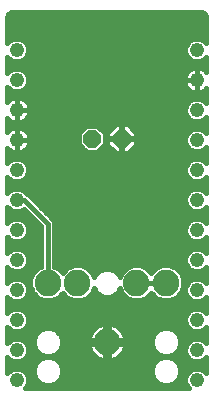
<source format=gtl>
G75*
%MOIN*%
%OFA0B0*%
%FSLAX25Y25*%
%IPPOS*%
%LPD*%
%AMOC8*
5,1,8,0,0,1.08239X$1,22.5*
%
%ADD10C,0.08858*%
%ADD11C,0.04800*%
%ADD12OC8,0.06000*%
%ADD13C,0.01600*%
D10*
X0017548Y0046526D03*
X0027391Y0046526D03*
X0037233Y0026841D03*
X0047076Y0046526D03*
X0056918Y0046526D03*
D11*
X0007233Y0014124D03*
X0007233Y0024124D03*
X0007233Y0034124D03*
X0007233Y0044124D03*
X0007233Y0054124D03*
X0007233Y0064124D03*
X0007233Y0074124D03*
X0007233Y0084124D03*
X0007233Y0094124D03*
X0007233Y0104124D03*
X0007233Y0114124D03*
X0007233Y0124124D03*
X0067233Y0124124D03*
X0067233Y0114124D03*
X0067233Y0104124D03*
X0067233Y0094124D03*
X0067233Y0084124D03*
X0067233Y0074124D03*
X0067233Y0064124D03*
X0067233Y0054124D03*
X0067233Y0044124D03*
X0067233Y0034124D03*
X0067233Y0024124D03*
X0067233Y0014124D03*
D12*
X0042233Y0094518D03*
X0032233Y0094518D03*
D13*
X0029880Y0090648D02*
X0009594Y0090648D01*
X0009434Y0090532D02*
X0009969Y0090920D01*
X0010437Y0091388D01*
X0010825Y0091923D01*
X0011125Y0092512D01*
X0011330Y0093141D01*
X0011433Y0093793D01*
X0011433Y0094124D01*
X0011433Y0094455D01*
X0011330Y0095108D01*
X0011125Y0095736D01*
X0010825Y0096325D01*
X0010437Y0096860D01*
X0009969Y0097328D01*
X0009434Y0097716D01*
X0008845Y0098016D01*
X0008217Y0098221D01*
X0007564Y0098324D01*
X0007233Y0098324D01*
X0006903Y0098324D01*
X0006250Y0098221D01*
X0005621Y0098016D01*
X0005032Y0097716D01*
X0004497Y0097328D01*
X0004100Y0096931D01*
X0004100Y0101317D01*
X0004497Y0100920D01*
X0005032Y0100532D01*
X0005621Y0100232D01*
X0006250Y0100027D01*
X0006903Y0099924D01*
X0007233Y0099924D01*
X0007233Y0104124D01*
X0007233Y0104124D01*
X0007233Y0108324D01*
X0006903Y0108324D01*
X0006250Y0108221D01*
X0005621Y0108016D01*
X0005032Y0107716D01*
X0004497Y0107328D01*
X0004100Y0106931D01*
X0004100Y0111883D01*
X0005081Y0110903D01*
X0006477Y0110324D01*
X0007989Y0110324D01*
X0009386Y0110903D01*
X0010455Y0111971D01*
X0011033Y0113368D01*
X0011033Y0114880D01*
X0010455Y0116277D01*
X0009386Y0117345D01*
X0007989Y0117924D01*
X0006477Y0117924D01*
X0005081Y0117345D01*
X0004100Y0116365D01*
X0004100Y0121883D01*
X0005081Y0120903D01*
X0006477Y0120324D01*
X0007989Y0120324D01*
X0009386Y0120903D01*
X0010455Y0121971D01*
X0011033Y0123368D01*
X0011033Y0124880D01*
X0010455Y0126277D01*
X0009386Y0127345D01*
X0007989Y0127924D01*
X0006477Y0127924D01*
X0005081Y0127345D01*
X0004100Y0126365D01*
X0004100Y0135108D01*
X0004131Y0135428D01*
X0004376Y0136018D01*
X0004828Y0136469D01*
X0005418Y0136714D01*
X0005737Y0136745D01*
X0068729Y0136745D01*
X0069048Y0136714D01*
X0069639Y0136469D01*
X0070090Y0136018D01*
X0070335Y0135428D01*
X0070366Y0135108D01*
X0070366Y0126365D01*
X0069386Y0127345D01*
X0067989Y0127924D01*
X0066477Y0127924D01*
X0065081Y0127345D01*
X0064012Y0126277D01*
X0063433Y0124880D01*
X0063433Y0123368D01*
X0064012Y0121971D01*
X0065081Y0120903D01*
X0066477Y0120324D01*
X0067989Y0120324D01*
X0069386Y0120903D01*
X0070366Y0121883D01*
X0070366Y0116931D01*
X0069969Y0117328D01*
X0069434Y0117716D01*
X0068845Y0118016D01*
X0068217Y0118221D01*
X0067564Y0118324D01*
X0067233Y0118324D01*
X0066903Y0118324D01*
X0066250Y0118221D01*
X0065621Y0118016D01*
X0065032Y0117716D01*
X0064497Y0117328D01*
X0064029Y0116860D01*
X0063641Y0116325D01*
X0063341Y0115736D01*
X0063136Y0115108D01*
X0063033Y0114455D01*
X0063033Y0114124D01*
X0063033Y0113793D01*
X0063136Y0113141D01*
X0063341Y0112512D01*
X0063641Y0111923D01*
X0064029Y0111388D01*
X0064497Y0110920D01*
X0065032Y0110532D01*
X0065621Y0110232D01*
X0066250Y0110027D01*
X0066903Y0109924D01*
X0067233Y0109924D01*
X0067233Y0114124D01*
X0063033Y0114124D01*
X0067233Y0114124D01*
X0067233Y0114124D01*
X0067233Y0114124D01*
X0067233Y0118324D01*
X0067233Y0114124D01*
X0067233Y0114124D01*
X0067233Y0109924D01*
X0067564Y0109924D01*
X0068217Y0110027D01*
X0068845Y0110232D01*
X0069434Y0110532D01*
X0069969Y0110920D01*
X0070366Y0111317D01*
X0070366Y0106365D01*
X0069386Y0107345D01*
X0067989Y0107924D01*
X0066477Y0107924D01*
X0065081Y0107345D01*
X0064012Y0106277D01*
X0063433Y0104880D01*
X0063433Y0103368D01*
X0064012Y0101971D01*
X0065081Y0100903D01*
X0066477Y0100324D01*
X0067989Y0100324D01*
X0069386Y0100903D01*
X0070366Y0101883D01*
X0070366Y0096365D01*
X0069386Y0097345D01*
X0067989Y0097924D01*
X0066477Y0097924D01*
X0065081Y0097345D01*
X0064012Y0096277D01*
X0063433Y0094880D01*
X0063433Y0093368D01*
X0064012Y0091971D01*
X0065081Y0090903D01*
X0066477Y0090324D01*
X0067989Y0090324D01*
X0069386Y0090903D01*
X0070366Y0091883D01*
X0070366Y0086365D01*
X0069386Y0087345D01*
X0067989Y0087924D01*
X0066477Y0087924D01*
X0065081Y0087345D01*
X0064012Y0086277D01*
X0063433Y0084880D01*
X0063433Y0083368D01*
X0064012Y0081971D01*
X0065081Y0080903D01*
X0066477Y0080324D01*
X0067989Y0080324D01*
X0069386Y0080903D01*
X0070366Y0081883D01*
X0070366Y0076365D01*
X0069386Y0077345D01*
X0067989Y0077924D01*
X0066477Y0077924D01*
X0065081Y0077345D01*
X0064012Y0076277D01*
X0063433Y0074880D01*
X0063433Y0073368D01*
X0064012Y0071971D01*
X0065081Y0070903D01*
X0066477Y0070324D01*
X0067989Y0070324D01*
X0069386Y0070903D01*
X0070366Y0071883D01*
X0070366Y0066365D01*
X0069386Y0067345D01*
X0067989Y0067924D01*
X0066477Y0067924D01*
X0065081Y0067345D01*
X0064012Y0066277D01*
X0063433Y0064880D01*
X0063433Y0063368D01*
X0064012Y0061971D01*
X0065081Y0060903D01*
X0066477Y0060324D01*
X0067989Y0060324D01*
X0069386Y0060903D01*
X0070366Y0061883D01*
X0070366Y0056365D01*
X0069386Y0057345D01*
X0067989Y0057924D01*
X0066477Y0057924D01*
X0065081Y0057345D01*
X0064012Y0056277D01*
X0063433Y0054880D01*
X0063433Y0053368D01*
X0064012Y0051971D01*
X0065081Y0050903D01*
X0066477Y0050324D01*
X0067989Y0050324D01*
X0069386Y0050903D01*
X0070366Y0051883D01*
X0070366Y0046365D01*
X0069386Y0047345D01*
X0067989Y0047924D01*
X0066477Y0047924D01*
X0065081Y0047345D01*
X0064012Y0046277D01*
X0063433Y0044880D01*
X0063433Y0043368D01*
X0064012Y0041971D01*
X0065081Y0040903D01*
X0066477Y0040324D01*
X0067989Y0040324D01*
X0069386Y0040903D01*
X0070366Y0041883D01*
X0070366Y0036365D01*
X0069386Y0037345D01*
X0067989Y0037924D01*
X0066477Y0037924D01*
X0065081Y0037345D01*
X0064012Y0036277D01*
X0063433Y0034880D01*
X0063433Y0033368D01*
X0064012Y0031971D01*
X0065081Y0030903D01*
X0066477Y0030324D01*
X0067989Y0030324D01*
X0069386Y0030903D01*
X0070366Y0031883D01*
X0070366Y0026365D01*
X0069386Y0027345D01*
X0067989Y0027924D01*
X0066477Y0027924D01*
X0065081Y0027345D01*
X0064012Y0026277D01*
X0063433Y0024880D01*
X0063433Y0023368D01*
X0064012Y0021971D01*
X0065081Y0020903D01*
X0066477Y0020324D01*
X0067989Y0020324D01*
X0069386Y0020903D01*
X0070366Y0021883D01*
X0070366Y0016365D01*
X0069386Y0017345D01*
X0067989Y0017924D01*
X0066477Y0017924D01*
X0065081Y0017345D01*
X0064012Y0016277D01*
X0063433Y0014880D01*
X0063433Y0013368D01*
X0064012Y0011971D01*
X0064559Y0011424D01*
X0009907Y0011424D01*
X0010455Y0011971D01*
X0011033Y0013368D01*
X0011033Y0014880D01*
X0010455Y0016277D01*
X0009386Y0017345D01*
X0007989Y0017924D01*
X0006477Y0017924D01*
X0005081Y0017345D01*
X0004100Y0016365D01*
X0004100Y0021883D01*
X0005081Y0020903D01*
X0006477Y0020324D01*
X0007989Y0020324D01*
X0009386Y0020903D01*
X0010455Y0021971D01*
X0011033Y0023368D01*
X0011033Y0024880D01*
X0010455Y0026277D01*
X0009386Y0027345D01*
X0007989Y0027924D01*
X0006477Y0027924D01*
X0005081Y0027345D01*
X0004100Y0026365D01*
X0004100Y0031883D01*
X0005081Y0030903D01*
X0006477Y0030324D01*
X0007989Y0030324D01*
X0009386Y0030903D01*
X0010455Y0031971D01*
X0011033Y0033368D01*
X0011033Y0034880D01*
X0010455Y0036277D01*
X0009386Y0037345D01*
X0007989Y0037924D01*
X0006477Y0037924D01*
X0005081Y0037345D01*
X0004100Y0036365D01*
X0004100Y0041883D01*
X0005081Y0040903D01*
X0006477Y0040324D01*
X0007989Y0040324D01*
X0009386Y0040903D01*
X0010455Y0041971D01*
X0011033Y0043368D01*
X0011033Y0044880D01*
X0010455Y0046277D01*
X0009386Y0047345D01*
X0007989Y0047924D01*
X0006477Y0047924D01*
X0005081Y0047345D01*
X0004100Y0046365D01*
X0004100Y0051883D01*
X0005081Y0050903D01*
X0006477Y0050324D01*
X0007989Y0050324D01*
X0009386Y0050903D01*
X0010455Y0051971D01*
X0011033Y0053368D01*
X0011033Y0054880D01*
X0010455Y0056277D01*
X0009386Y0057345D01*
X0007989Y0057924D01*
X0006477Y0057924D01*
X0005081Y0057345D01*
X0004100Y0056365D01*
X0004100Y0061883D01*
X0005081Y0060903D01*
X0006477Y0060324D01*
X0007989Y0060324D01*
X0009386Y0060903D01*
X0010455Y0061971D01*
X0011033Y0063368D01*
X0011033Y0064880D01*
X0010455Y0066277D01*
X0009386Y0067345D01*
X0007989Y0067924D01*
X0006477Y0067924D01*
X0005081Y0067345D01*
X0004100Y0066365D01*
X0004100Y0071883D01*
X0005081Y0070903D01*
X0006477Y0070324D01*
X0007989Y0070324D01*
X0009386Y0070903D01*
X0009565Y0071082D01*
X0015348Y0065299D01*
X0015348Y0051924D01*
X0014246Y0051467D01*
X0012606Y0049828D01*
X0011719Y0047685D01*
X0011719Y0045366D01*
X0012606Y0043224D01*
X0014246Y0041584D01*
X0016389Y0040696D01*
X0018708Y0040696D01*
X0020850Y0041584D01*
X0022469Y0043203D01*
X0024089Y0041584D01*
X0026231Y0040696D01*
X0028550Y0040696D01*
X0030692Y0041584D01*
X0032332Y0043224D01*
X0032943Y0044699D01*
X0033281Y0043885D01*
X0034592Y0042573D01*
X0036306Y0041863D01*
X0038160Y0041863D01*
X0039874Y0042573D01*
X0041185Y0043885D01*
X0041523Y0044699D01*
X0042134Y0043224D01*
X0043774Y0041584D01*
X0045916Y0040696D01*
X0048235Y0040696D01*
X0050378Y0041584D01*
X0051997Y0043203D01*
X0053616Y0041584D01*
X0055759Y0040696D01*
X0058078Y0040696D01*
X0060220Y0041584D01*
X0061860Y0043224D01*
X0062747Y0045366D01*
X0062747Y0047685D01*
X0061860Y0049828D01*
X0060220Y0051467D01*
X0058078Y0052355D01*
X0055759Y0052355D01*
X0053616Y0051467D01*
X0051997Y0049848D01*
X0050378Y0051467D01*
X0048235Y0052355D01*
X0045916Y0052355D01*
X0043774Y0051467D01*
X0042134Y0049828D01*
X0041523Y0048352D01*
X0041185Y0049167D01*
X0039874Y0050478D01*
X0038160Y0051188D01*
X0036306Y0051188D01*
X0034592Y0050478D01*
X0033281Y0049167D01*
X0032943Y0048352D01*
X0032332Y0049828D01*
X0030692Y0051467D01*
X0028550Y0052355D01*
X0026231Y0052355D01*
X0024089Y0051467D01*
X0022469Y0049848D01*
X0020850Y0051467D01*
X0019748Y0051924D01*
X0019748Y0067122D01*
X0018459Y0068411D01*
X0010546Y0076324D01*
X0010407Y0076324D01*
X0009386Y0077345D01*
X0007989Y0077924D01*
X0006477Y0077924D01*
X0005081Y0077345D01*
X0004100Y0076365D01*
X0004100Y0081883D01*
X0005081Y0080903D01*
X0006477Y0080324D01*
X0007989Y0080324D01*
X0009386Y0080903D01*
X0010455Y0081971D01*
X0011033Y0083368D01*
X0011033Y0084880D01*
X0010455Y0086277D01*
X0009386Y0087345D01*
X0007989Y0087924D01*
X0006477Y0087924D01*
X0005081Y0087345D01*
X0004100Y0086365D01*
X0004100Y0091317D01*
X0004497Y0090920D01*
X0005032Y0090532D01*
X0005621Y0090232D01*
X0006250Y0090027D01*
X0006903Y0089924D01*
X0007233Y0089924D01*
X0007233Y0094124D01*
X0007233Y0094124D01*
X0007233Y0098324D01*
X0007233Y0094124D01*
X0007233Y0094124D01*
X0007233Y0089924D01*
X0007564Y0089924D01*
X0008217Y0090027D01*
X0008845Y0090232D01*
X0009434Y0090532D01*
X0010990Y0092247D02*
X0028282Y0092247D01*
X0027833Y0092695D02*
X0030411Y0090118D01*
X0034056Y0090118D01*
X0036633Y0092695D01*
X0036633Y0096340D01*
X0034056Y0098918D01*
X0030411Y0098918D01*
X0027833Y0096340D01*
X0027833Y0092695D01*
X0027833Y0093845D02*
X0011433Y0093845D01*
X0011433Y0094124D02*
X0007233Y0094124D01*
X0011433Y0094124D01*
X0011220Y0095444D02*
X0027833Y0095444D01*
X0028535Y0097042D02*
X0010255Y0097042D01*
X0008845Y0100232D02*
X0008217Y0100027D01*
X0007564Y0099924D01*
X0007233Y0099924D01*
X0007233Y0104124D01*
X0007233Y0104124D01*
X0007233Y0108324D01*
X0007564Y0108324D01*
X0008217Y0108221D01*
X0008845Y0108016D01*
X0009434Y0107716D01*
X0009969Y0107328D01*
X0010437Y0106860D01*
X0010825Y0106325D01*
X0011125Y0105736D01*
X0011330Y0105108D01*
X0011433Y0104455D01*
X0011433Y0104124D01*
X0007233Y0104124D01*
X0007233Y0104124D01*
X0011433Y0104124D01*
X0011433Y0103793D01*
X0011330Y0103141D01*
X0011125Y0102512D01*
X0010825Y0101923D01*
X0010437Y0101388D01*
X0009969Y0100920D01*
X0009434Y0100532D01*
X0008845Y0100232D01*
X0008860Y0100239D02*
X0070366Y0100239D01*
X0070321Y0101838D02*
X0070366Y0101838D01*
X0070366Y0098641D02*
X0044898Y0098641D01*
X0044221Y0099318D02*
X0042433Y0099318D01*
X0042433Y0094718D01*
X0042033Y0094718D01*
X0042033Y0099318D01*
X0040245Y0099318D01*
X0037433Y0096506D01*
X0037433Y0094718D01*
X0042033Y0094718D01*
X0042033Y0094318D01*
X0037433Y0094318D01*
X0037433Y0092529D01*
X0040245Y0089718D01*
X0042033Y0089718D01*
X0042033Y0094318D01*
X0042433Y0094318D01*
X0042433Y0094718D01*
X0047033Y0094718D01*
X0047033Y0096506D01*
X0044221Y0099318D01*
X0042433Y0098641D02*
X0042033Y0098641D01*
X0042033Y0097042D02*
X0042433Y0097042D01*
X0042433Y0095444D02*
X0042033Y0095444D01*
X0042433Y0094318D02*
X0047033Y0094318D01*
X0047033Y0092529D01*
X0044221Y0089718D01*
X0042433Y0089718D01*
X0042433Y0094318D01*
X0042433Y0093845D02*
X0042033Y0093845D01*
X0042033Y0092247D02*
X0042433Y0092247D01*
X0042433Y0090648D02*
X0042033Y0090648D01*
X0039314Y0090648D02*
X0034586Y0090648D01*
X0036184Y0092247D02*
X0037716Y0092247D01*
X0037433Y0093845D02*
X0036633Y0093845D01*
X0036633Y0095444D02*
X0037433Y0095444D01*
X0037969Y0097042D02*
X0035931Y0097042D01*
X0034333Y0098641D02*
X0039568Y0098641D01*
X0045152Y0090648D02*
X0065695Y0090648D01*
X0065335Y0087451D02*
X0009131Y0087451D01*
X0010630Y0085853D02*
X0063836Y0085853D01*
X0063433Y0084254D02*
X0011033Y0084254D01*
X0010738Y0082656D02*
X0063728Y0082656D01*
X0064926Y0081057D02*
X0009540Y0081057D01*
X0008143Y0077860D02*
X0066323Y0077860D01*
X0068143Y0077860D02*
X0070366Y0077860D01*
X0070366Y0079459D02*
X0004100Y0079459D01*
X0004100Y0077860D02*
X0006323Y0077860D01*
X0007233Y0074124D02*
X0009635Y0074124D01*
X0017548Y0066211D01*
X0017548Y0046526D01*
X0015428Y0041094D02*
X0009577Y0041094D01*
X0010753Y0042693D02*
X0013137Y0042693D01*
X0012164Y0044291D02*
X0011033Y0044291D01*
X0010615Y0045890D02*
X0011719Y0045890D01*
X0011719Y0047488D02*
X0009041Y0047488D01*
X0008861Y0050685D02*
X0013464Y0050685D01*
X0012300Y0049087D02*
X0004100Y0049087D01*
X0004100Y0050685D02*
X0005605Y0050685D01*
X0005425Y0047488D02*
X0004100Y0047488D01*
X0004100Y0041094D02*
X0004889Y0041094D01*
X0004100Y0039496D02*
X0070366Y0039496D01*
X0070366Y0041094D02*
X0069577Y0041094D01*
X0070366Y0037897D02*
X0068054Y0037897D01*
X0066413Y0037897D02*
X0008054Y0037897D01*
X0006413Y0037897D02*
X0004100Y0037897D01*
X0004100Y0031503D02*
X0004480Y0031503D01*
X0004100Y0029905D02*
X0014019Y0029905D01*
X0013596Y0029481D02*
X0012886Y0027768D01*
X0012886Y0025913D01*
X0013596Y0024200D01*
X0014907Y0022888D01*
X0016621Y0022178D01*
X0018475Y0022178D01*
X0020189Y0022888D01*
X0021500Y0024200D01*
X0022210Y0025913D01*
X0022210Y0027768D01*
X0021500Y0029481D01*
X0020189Y0030793D01*
X0018475Y0031503D01*
X0016621Y0031503D01*
X0014907Y0030793D01*
X0013596Y0029481D01*
X0013109Y0028306D02*
X0004100Y0028306D01*
X0004100Y0026708D02*
X0004443Y0026708D01*
X0004100Y0020314D02*
X0014270Y0020314D01*
X0014907Y0020950D02*
X0013596Y0019639D01*
X0012886Y0017925D01*
X0012886Y0016071D01*
X0013596Y0014357D01*
X0014907Y0013046D01*
X0016621Y0012336D01*
X0018475Y0012336D01*
X0020189Y0013046D01*
X0021500Y0014357D01*
X0022210Y0016071D01*
X0022210Y0017925D01*
X0021500Y0019639D01*
X0020189Y0020950D01*
X0018475Y0021660D01*
X0016621Y0021660D01*
X0014907Y0020950D01*
X0014285Y0023511D02*
X0011033Y0023511D01*
X0010395Y0021912D02*
X0033419Y0021912D01*
X0033175Y0022089D02*
X0033968Y0021513D01*
X0034842Y0021068D01*
X0035774Y0020765D01*
X0036557Y0020641D01*
X0036557Y0026164D01*
X0037909Y0026164D01*
X0037909Y0020641D01*
X0038692Y0020765D01*
X0039624Y0021068D01*
X0040498Y0021513D01*
X0041291Y0022089D01*
X0041984Y0022783D01*
X0042561Y0023576D01*
X0043006Y0024449D01*
X0043309Y0025382D01*
X0043433Y0026164D01*
X0037910Y0026164D01*
X0037910Y0027517D01*
X0043433Y0027517D01*
X0043309Y0028299D01*
X0043006Y0029232D01*
X0042561Y0030105D01*
X0041984Y0030899D01*
X0041291Y0031592D01*
X0040498Y0032168D01*
X0039624Y0032613D01*
X0038692Y0032916D01*
X0037909Y0033040D01*
X0037909Y0027517D01*
X0036557Y0027517D01*
X0036557Y0033040D01*
X0035774Y0032916D01*
X0034842Y0032613D01*
X0033968Y0032168D01*
X0033175Y0031592D01*
X0032482Y0030899D01*
X0031905Y0030105D01*
X0031460Y0029232D01*
X0031157Y0028299D01*
X0031033Y0027517D01*
X0036557Y0027517D01*
X0036557Y0026164D01*
X0031033Y0026164D01*
X0031157Y0025382D01*
X0031460Y0024449D01*
X0031905Y0023576D01*
X0032482Y0022783D01*
X0033175Y0022089D01*
X0031953Y0023511D02*
X0020811Y0023511D01*
X0021877Y0025109D02*
X0031246Y0025109D01*
X0031160Y0028306D02*
X0021987Y0028306D01*
X0022210Y0026708D02*
X0036557Y0026708D01*
X0037910Y0026708D02*
X0052256Y0026708D01*
X0052256Y0025913D02*
X0052256Y0027768D01*
X0052966Y0029481D01*
X0054277Y0030793D01*
X0055991Y0031503D01*
X0057845Y0031503D01*
X0059559Y0030793D01*
X0060871Y0029481D01*
X0061580Y0027768D01*
X0061580Y0025913D01*
X0060871Y0024200D01*
X0059559Y0022888D01*
X0057845Y0022178D01*
X0055991Y0022178D01*
X0054277Y0022888D01*
X0052966Y0024200D01*
X0052256Y0025913D01*
X0052589Y0025109D02*
X0043220Y0025109D01*
X0042513Y0023511D02*
X0053655Y0023511D01*
X0054277Y0020950D02*
X0052966Y0019639D01*
X0052256Y0017925D01*
X0052256Y0016071D01*
X0052966Y0014357D01*
X0054277Y0013046D01*
X0055991Y0012336D01*
X0057845Y0012336D01*
X0059559Y0013046D01*
X0060871Y0014357D01*
X0061580Y0016071D01*
X0061580Y0017925D01*
X0060871Y0019639D01*
X0059559Y0020950D01*
X0057845Y0021660D01*
X0055991Y0021660D01*
X0054277Y0020950D01*
X0053640Y0020314D02*
X0020826Y0020314D01*
X0021883Y0018715D02*
X0052583Y0018715D01*
X0052256Y0017117D02*
X0022210Y0017117D01*
X0021981Y0015518D02*
X0052485Y0015518D01*
X0053403Y0013920D02*
X0021063Y0013920D01*
X0014033Y0013920D02*
X0011033Y0013920D01*
X0010769Y0015518D02*
X0013115Y0015518D01*
X0012886Y0017117D02*
X0009615Y0017117D01*
X0010599Y0012321D02*
X0063867Y0012321D01*
X0063433Y0013920D02*
X0060433Y0013920D01*
X0061351Y0015518D02*
X0063697Y0015518D01*
X0064852Y0017117D02*
X0061580Y0017117D01*
X0061253Y0018715D02*
X0070366Y0018715D01*
X0070366Y0017117D02*
X0069615Y0017117D01*
X0070366Y0020314D02*
X0060196Y0020314D01*
X0060182Y0023511D02*
X0063433Y0023511D01*
X0064071Y0021912D02*
X0041047Y0021912D01*
X0037909Y0021912D02*
X0036557Y0021912D01*
X0036557Y0023511D02*
X0037909Y0023511D01*
X0037909Y0025109D02*
X0036557Y0025109D01*
X0036557Y0028306D02*
X0037909Y0028306D01*
X0037909Y0029905D02*
X0036557Y0029905D01*
X0036557Y0031503D02*
X0037909Y0031503D01*
X0041380Y0031503D02*
X0064480Y0031503D01*
X0063543Y0033102D02*
X0010923Y0033102D01*
X0011033Y0034700D02*
X0063433Y0034700D01*
X0064034Y0036299D02*
X0010432Y0036299D01*
X0009986Y0031503D02*
X0033086Y0031503D01*
X0031803Y0029905D02*
X0021077Y0029905D01*
X0019668Y0041094D02*
X0025271Y0041094D01*
X0022980Y0042693D02*
X0021959Y0042693D01*
X0021632Y0050685D02*
X0023307Y0050685D01*
X0026060Y0052284D02*
X0019748Y0052284D01*
X0019748Y0053882D02*
X0063433Y0053882D01*
X0063682Y0055481D02*
X0019748Y0055481D01*
X0019748Y0057079D02*
X0064814Y0057079D01*
X0064108Y0061875D02*
X0019748Y0061875D01*
X0019748Y0060276D02*
X0070366Y0060276D01*
X0070366Y0058678D02*
X0019748Y0058678D01*
X0019748Y0063473D02*
X0063433Y0063473D01*
X0063513Y0065072D02*
X0019748Y0065072D01*
X0019748Y0066670D02*
X0064405Y0066670D01*
X0064517Y0071466D02*
X0015404Y0071466D01*
X0017002Y0069867D02*
X0070366Y0069867D01*
X0070366Y0068269D02*
X0018601Y0068269D01*
X0015348Y0065072D02*
X0010954Y0065072D01*
X0011033Y0063473D02*
X0015348Y0063473D01*
X0015348Y0061875D02*
X0010358Y0061875D01*
X0009652Y0057079D02*
X0015348Y0057079D01*
X0015348Y0055481D02*
X0010784Y0055481D01*
X0011033Y0053882D02*
X0015348Y0053882D01*
X0015348Y0052284D02*
X0010584Y0052284D01*
X0015348Y0058678D02*
X0004100Y0058678D01*
X0004100Y0060276D02*
X0015348Y0060276D01*
X0013977Y0066670D02*
X0010061Y0066670D01*
X0010780Y0069867D02*
X0004100Y0069867D01*
X0004100Y0068269D02*
X0012378Y0068269D01*
X0013805Y0073064D02*
X0063559Y0073064D01*
X0063433Y0074663D02*
X0012207Y0074663D01*
X0010608Y0076261D02*
X0064005Y0076261D01*
X0069540Y0081057D02*
X0070366Y0081057D01*
X0070366Y0087451D02*
X0069131Y0087451D01*
X0070366Y0089050D02*
X0004100Y0089050D01*
X0004100Y0090648D02*
X0004872Y0090648D01*
X0005335Y0087451D02*
X0004100Y0087451D01*
X0007233Y0090648D02*
X0007233Y0090648D01*
X0007233Y0092247D02*
X0007233Y0092247D01*
X0007233Y0093845D02*
X0007233Y0093845D01*
X0007233Y0094124D02*
X0007233Y0094124D01*
X0007233Y0095444D02*
X0007233Y0095444D01*
X0007233Y0097042D02*
X0007233Y0097042D01*
X0007233Y0100239D02*
X0007233Y0100239D01*
X0007233Y0101838D02*
X0007233Y0101838D01*
X0007233Y0103436D02*
X0007233Y0103436D01*
X0007233Y0105035D02*
X0007233Y0105035D01*
X0007233Y0106633D02*
X0007233Y0106633D01*
X0007233Y0108232D02*
X0007233Y0108232D01*
X0006320Y0108232D02*
X0004100Y0108232D01*
X0004100Y0109830D02*
X0070366Y0109830D01*
X0070366Y0108232D02*
X0008146Y0108232D01*
X0009912Y0111429D02*
X0064000Y0111429D01*
X0063173Y0113027D02*
X0010892Y0113027D01*
X0011033Y0114626D02*
X0063060Y0114626D01*
X0063589Y0116224D02*
X0010476Y0116224D01*
X0008233Y0117823D02*
X0065241Y0117823D01*
X0067233Y0117823D02*
X0067233Y0117823D01*
X0067233Y0116224D02*
X0067233Y0116224D01*
X0067233Y0114626D02*
X0067233Y0114626D01*
X0067233Y0113027D02*
X0067233Y0113027D01*
X0067233Y0111429D02*
X0067233Y0111429D01*
X0064368Y0106633D02*
X0010602Y0106633D01*
X0011341Y0105035D02*
X0063497Y0105035D01*
X0063433Y0103436D02*
X0011376Y0103436D01*
X0010763Y0101838D02*
X0064145Y0101838D01*
X0064777Y0097042D02*
X0046497Y0097042D01*
X0047033Y0095444D02*
X0063667Y0095444D01*
X0063433Y0093845D02*
X0047033Y0093845D01*
X0046750Y0092247D02*
X0063898Y0092247D01*
X0068771Y0090648D02*
X0070366Y0090648D01*
X0070366Y0097042D02*
X0069689Y0097042D01*
X0070098Y0106633D02*
X0070366Y0106633D01*
X0070366Y0117823D02*
X0069225Y0117823D01*
X0070366Y0119421D02*
X0004100Y0119421D01*
X0004100Y0121020D02*
X0004963Y0121020D01*
X0004100Y0117823D02*
X0006233Y0117823D01*
X0009503Y0121020D02*
X0064963Y0121020D01*
X0063744Y0122618D02*
X0010722Y0122618D01*
X0011033Y0124217D02*
X0063433Y0124217D01*
X0063821Y0125815D02*
X0010646Y0125815D01*
X0009221Y0127414D02*
X0065246Y0127414D01*
X0069221Y0127414D02*
X0070366Y0127414D01*
X0070366Y0129012D02*
X0004100Y0129012D01*
X0004100Y0127414D02*
X0005246Y0127414D01*
X0004100Y0130611D02*
X0070366Y0130611D01*
X0070366Y0132209D02*
X0004100Y0132209D01*
X0004100Y0133808D02*
X0070366Y0133808D01*
X0070337Y0135406D02*
X0004129Y0135406D01*
X0004100Y0111429D02*
X0004554Y0111429D01*
X0004100Y0100239D02*
X0005606Y0100239D01*
X0004100Y0098641D02*
X0030133Y0098641D01*
X0028721Y0052284D02*
X0045745Y0052284D01*
X0048406Y0052284D02*
X0055587Y0052284D01*
X0058249Y0052284D02*
X0063882Y0052284D01*
X0062167Y0049087D02*
X0070366Y0049087D01*
X0070366Y0050685D02*
X0068861Y0050685D01*
X0069041Y0047488D02*
X0070366Y0047488D01*
X0065605Y0050685D02*
X0061002Y0050685D01*
X0062747Y0047488D02*
X0065425Y0047488D01*
X0063851Y0045890D02*
X0062747Y0045890D01*
X0062302Y0044291D02*
X0063433Y0044291D01*
X0063713Y0042693D02*
X0061329Y0042693D01*
X0059038Y0041094D02*
X0064889Y0041094D01*
X0069986Y0031503D02*
X0070366Y0031503D01*
X0070366Y0029905D02*
X0060447Y0029905D01*
X0061357Y0028306D02*
X0070366Y0028306D01*
X0070366Y0026708D02*
X0070023Y0026708D01*
X0064443Y0026708D02*
X0061580Y0026708D01*
X0061247Y0025109D02*
X0063528Y0025109D01*
X0054798Y0041094D02*
X0049195Y0041094D01*
X0051486Y0042693D02*
X0052507Y0042693D01*
X0056918Y0046526D02*
X0047076Y0046526D01*
X0044956Y0041094D02*
X0029510Y0041094D01*
X0031801Y0042693D02*
X0034473Y0042693D01*
X0033112Y0044291D02*
X0032774Y0044291D01*
X0032639Y0049087D02*
X0033248Y0049087D01*
X0031474Y0050685D02*
X0035093Y0050685D01*
X0039374Y0050685D02*
X0042992Y0050685D01*
X0041827Y0049087D02*
X0041219Y0049087D01*
X0041354Y0044291D02*
X0041692Y0044291D01*
X0042665Y0042693D02*
X0039994Y0042693D01*
X0042663Y0029905D02*
X0053389Y0029905D01*
X0052479Y0028306D02*
X0043307Y0028306D01*
X0051159Y0050685D02*
X0052834Y0050685D01*
X0069652Y0057079D02*
X0070366Y0057079D01*
X0070358Y0061875D02*
X0070366Y0061875D01*
X0070366Y0066670D02*
X0070061Y0066670D01*
X0069949Y0071466D02*
X0070366Y0071466D01*
X0070366Y0121020D02*
X0069503Y0121020D01*
X0012886Y0026708D02*
X0010023Y0026708D01*
X0010938Y0025109D02*
X0013219Y0025109D01*
X0013213Y0018715D02*
X0004100Y0018715D01*
X0004100Y0017117D02*
X0004852Y0017117D01*
X0004814Y0057079D02*
X0004100Y0057079D01*
X0004100Y0061875D02*
X0004108Y0061875D01*
X0004100Y0066670D02*
X0004405Y0066670D01*
X0004517Y0071466D02*
X0004100Y0071466D01*
X0004100Y0081057D02*
X0004926Y0081057D01*
X0004212Y0097042D02*
X0004100Y0097042D01*
M02*

</source>
